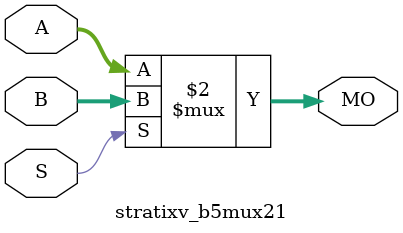
<source format=v>
module stratixv_b5mux21 (MO, A, B, S);
   input [4:0] A, B;
   input       S;
   output [4:0] MO; 
   assign MO = (S == 1) ? B : A; 
endmodule
</source>
